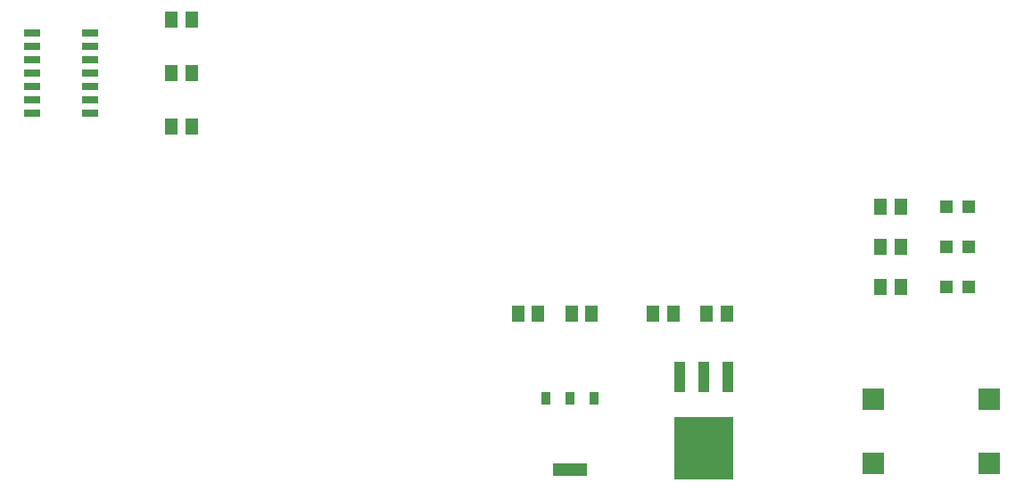
<source format=gbr>
G04 EAGLE Gerber RS-274X export*
G75*
%MOMM*%
%FSLAX34Y34*%
%LPD*%
%INSolderpaste Top*%
%IPPOS*%
%AMOC8*
5,1,8,0,0,1.08239X$1,22.5*%
G01*
%ADD10R,1.300000X1.500000*%
%ADD11R,0.950000X1.250000*%
%ADD12R,3.200000X1.250000*%
%ADD13R,1.000000X2.850000*%
%ADD14R,5.550000X5.950000*%
%ADD15R,1.550000X0.700000*%
%ADD16R,2.000000X2.000000*%
%ADD17R,1.200000X1.200000*%
%ADD18R,1.300000X1.600000*%


D10*
X1114400Y203200D03*
X1095400Y203200D03*
X1146200Y203200D03*
X1165200Y203200D03*
X986130Y203200D03*
X967130Y203200D03*
X1017930Y203200D03*
X1036930Y203200D03*
D11*
X1039000Y122900D03*
X1016000Y122900D03*
X993000Y122900D03*
D12*
X1016000Y54900D03*
D13*
X1165900Y143100D03*
X1143000Y143100D03*
X1120100Y143100D03*
D14*
X1143000Y75600D03*
D15*
X506150Y469900D03*
X506150Y457200D03*
X506150Y444500D03*
X506150Y431800D03*
X506150Y419100D03*
X506150Y406400D03*
X506150Y393700D03*
X560650Y393700D03*
X560650Y406400D03*
X560650Y419100D03*
X560650Y431800D03*
X560650Y444500D03*
X560650Y457200D03*
X560650Y469900D03*
D16*
X1303900Y60690D03*
X1303900Y122190D03*
X1413900Y60690D03*
X1413900Y122190D03*
D17*
X1394800Y304800D03*
X1373800Y304800D03*
X1394800Y266700D03*
X1373800Y266700D03*
D18*
X1311300Y304800D03*
X1330300Y304800D03*
X1311300Y266700D03*
X1330300Y266700D03*
X657200Y482600D03*
X638200Y482600D03*
X657200Y381000D03*
X638200Y381000D03*
X657200Y431800D03*
X638200Y431800D03*
X1311300Y228600D03*
X1330300Y228600D03*
D17*
X1394800Y228600D03*
X1373800Y228600D03*
M02*

</source>
